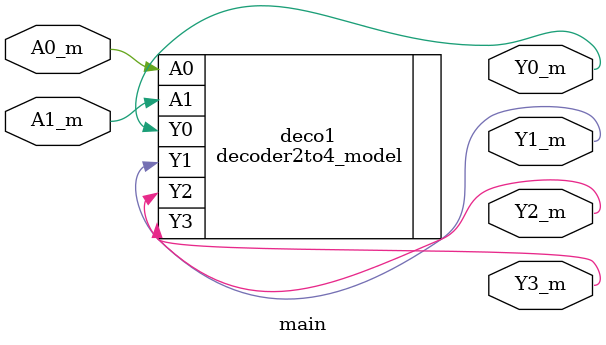
<source format=v>
/*main*/
module main(input A0_m,A1_m,output Y0_m,Y1_m,Y2_m,Y3_m);


decoder2to4_model deco1(.A0(A0_m),.A1(A1_m),
                         .Y0(Y0_m),.Y1(Y1_m),
								 .Y2(Y2_m),.Y3(Y3_m));
								 
endmodule								 
</source>
